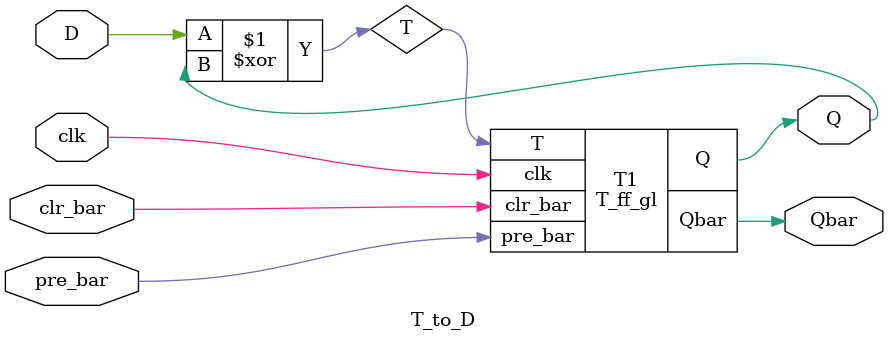
<source format=v>




module T_ff_gl(T,pre_bar,clr_bar,clk,Q,Qbar);

input T,clk,clr_bar,pre_bar;
  
output Q,Qbar;
  
wire clk_bar;
  

  
not inv(clk_bar,clk);
    
wire t1,t2,t3,t4,t5,t6;
  
  nand m1(t1,T,clk,Qbar);
  nand m2(t2,T,clk,Q);
  
  nand m3(t3,t4,t1,pre_bar);
  nand m4(t4,t3,t2,clr_bar);
  
  
  nand s1(t5,t3,clk_bar);
  nand s2(t6,t4,clk_bar);
  
  nand s3(Q,t5,Qbar,pre_bar);
  nand s4(Qbar,t6,Q,clr_bar);
  
  
  
  

  
endmodule
  

module T_to_D(D,clk,pre_bar,clr_bar,Q,Qbar);
  
  input D,clk,pre_bar,clr_bar;
  output Q,Qbar;
  
  wire T;
  
  T_ff_gl T1(.T(T),.pre_bar(pre_bar),.clr_bar(clr_bar),.clk(clk),.Q(Q),.Qbar(Qbar));
  
  // T = D ^ Qn
  
  xor xor1(T,D,Q);
  
  
  
  
endmodule
  
  

</source>
